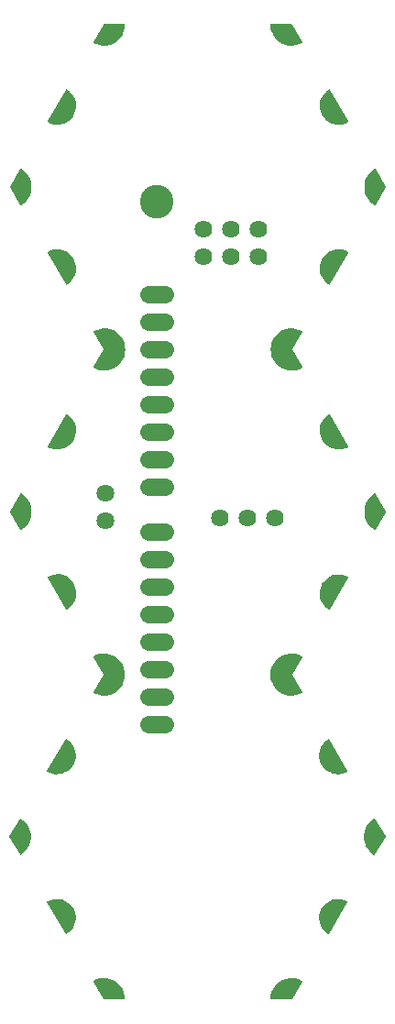
<source format=gbr>
G04 EAGLE Gerber RS-274X export*
G75*
%MOMM*%
%FSLAX34Y34*%
%LPD*%
%INSoldermask Top*%
%IPPOS*%
%AMOC8*
5,1,8,0,0,1.08239X$1,22.5*%
G01*
%ADD10C,3.101600*%
%ADD11C,1.625600*%
%ADD12C,1.631600*%
%ADD13C,1.625600*%
%ADD14C,1.101600*%

G36*
X120706Y526255D02*
X120706Y526255D01*
X120753Y526252D01*
X123791Y526618D01*
X123823Y526628D01*
X123870Y526634D01*
X126810Y527481D01*
X126840Y527497D01*
X126885Y527510D01*
X129651Y528818D01*
X129674Y528835D01*
X129701Y528845D01*
X129753Y528894D01*
X129810Y528937D01*
X129825Y528962D01*
X129845Y528982D01*
X129874Y529047D01*
X129910Y529109D01*
X129914Y529138D01*
X129925Y529164D01*
X129926Y529236D01*
X129935Y529306D01*
X129928Y529334D01*
X129928Y529363D01*
X129893Y529457D01*
X129882Y529498D01*
X129875Y529506D01*
X129870Y529519D01*
X120514Y545770D01*
X129870Y562020D01*
X129879Y562048D01*
X129896Y562071D01*
X129910Y562141D01*
X129933Y562209D01*
X129931Y562238D01*
X129937Y562266D01*
X129923Y562336D01*
X129917Y562407D01*
X129904Y562433D01*
X129899Y562461D01*
X129859Y562520D01*
X129826Y562584D01*
X129803Y562602D01*
X129787Y562626D01*
X129705Y562683D01*
X129672Y562710D01*
X129662Y562713D01*
X129651Y562721D01*
X126885Y564029D01*
X126852Y564037D01*
X126810Y564058D01*
X123870Y564905D01*
X123836Y564908D01*
X123791Y564921D01*
X120753Y565287D01*
X120719Y565284D01*
X120673Y565290D01*
X117616Y565163D01*
X117583Y565155D01*
X117536Y565153D01*
X114539Y564537D01*
X114507Y564524D01*
X114461Y564515D01*
X111602Y563427D01*
X111573Y563408D01*
X111529Y563392D01*
X108881Y561859D01*
X108856Y561836D01*
X108815Y561813D01*
X106447Y559875D01*
X106426Y559849D01*
X106389Y559819D01*
X104363Y557527D01*
X104346Y557497D01*
X104315Y557462D01*
X102682Y554874D01*
X102670Y554843D01*
X102645Y554803D01*
X101449Y551987D01*
X101442Y551953D01*
X101440Y551947D01*
X101435Y551940D01*
X101434Y551935D01*
X101424Y551910D01*
X100695Y548939D01*
X100694Y548905D01*
X100682Y548859D01*
X100440Y545809D01*
X100443Y545781D01*
X100439Y545753D01*
X100441Y545743D01*
X100440Y545730D01*
X100682Y542680D01*
X100692Y542647D01*
X100695Y542600D01*
X101424Y539629D01*
X101438Y539598D01*
X101449Y539552D01*
X102645Y536736D01*
X102664Y536708D01*
X102682Y536665D01*
X104315Y534077D01*
X104338Y534052D01*
X104363Y534012D01*
X106389Y531720D01*
X106416Y531699D01*
X106447Y531664D01*
X108815Y529726D01*
X108845Y529710D01*
X108881Y529680D01*
X111529Y528147D01*
X111561Y528136D01*
X111602Y528112D01*
X114461Y527024D01*
X114495Y527018D01*
X114539Y527002D01*
X117536Y526386D01*
X117570Y526386D01*
X117616Y526376D01*
X120673Y526249D01*
X120706Y526255D01*
G37*
G36*
X120452Y226027D02*
X120452Y226027D01*
X120499Y226024D01*
X123537Y226390D01*
X123569Y226400D01*
X123616Y226406D01*
X126556Y227253D01*
X126586Y227269D01*
X126631Y227282D01*
X129397Y228590D01*
X129420Y228607D01*
X129447Y228617D01*
X129499Y228666D01*
X129556Y228709D01*
X129571Y228734D01*
X129591Y228754D01*
X129620Y228819D01*
X129656Y228881D01*
X129660Y228910D01*
X129671Y228936D01*
X129672Y229008D01*
X129681Y229078D01*
X129674Y229106D01*
X129674Y229135D01*
X129639Y229229D01*
X129628Y229270D01*
X129621Y229278D01*
X129616Y229291D01*
X120260Y245542D01*
X129616Y261792D01*
X129625Y261820D01*
X129642Y261843D01*
X129656Y261913D01*
X129679Y261981D01*
X129677Y262010D01*
X129683Y262038D01*
X129669Y262108D01*
X129663Y262179D01*
X129650Y262205D01*
X129645Y262233D01*
X129605Y262292D01*
X129572Y262356D01*
X129549Y262374D01*
X129533Y262398D01*
X129451Y262455D01*
X129418Y262482D01*
X129408Y262485D01*
X129397Y262493D01*
X126631Y263801D01*
X126598Y263809D01*
X126556Y263830D01*
X123616Y264677D01*
X123582Y264680D01*
X123537Y264693D01*
X120499Y265059D01*
X120465Y265056D01*
X120419Y265062D01*
X117362Y264935D01*
X117329Y264927D01*
X117282Y264925D01*
X114285Y264309D01*
X114253Y264296D01*
X114207Y264287D01*
X111348Y263199D01*
X111319Y263180D01*
X111275Y263164D01*
X108627Y261631D01*
X108602Y261608D01*
X108561Y261585D01*
X106193Y259647D01*
X106172Y259621D01*
X106135Y259591D01*
X104109Y257299D01*
X104092Y257269D01*
X104061Y257234D01*
X102428Y254646D01*
X102416Y254615D01*
X102391Y254575D01*
X101195Y251759D01*
X101188Y251725D01*
X101186Y251719D01*
X101181Y251712D01*
X101180Y251707D01*
X101170Y251682D01*
X100441Y248711D01*
X100440Y248677D01*
X100428Y248631D01*
X100186Y245581D01*
X100189Y245553D01*
X100185Y245525D01*
X100187Y245515D01*
X100186Y245502D01*
X100428Y242452D01*
X100438Y242419D01*
X100441Y242372D01*
X101170Y239401D01*
X101184Y239370D01*
X101195Y239324D01*
X102391Y236508D01*
X102410Y236480D01*
X102428Y236437D01*
X104061Y233849D01*
X104084Y233824D01*
X104109Y233784D01*
X106135Y231492D01*
X106162Y231471D01*
X106193Y231436D01*
X108561Y229498D01*
X108591Y229482D01*
X108627Y229452D01*
X111275Y227919D01*
X111307Y227908D01*
X111348Y227884D01*
X114207Y226796D01*
X114241Y226790D01*
X114285Y226774D01*
X117282Y226158D01*
X117316Y226158D01*
X117362Y226148D01*
X120419Y226021D01*
X120452Y226027D01*
G37*
G36*
X-50941Y526376D02*
X-50941Y526376D01*
X-50908Y526384D01*
X-50861Y526386D01*
X-47864Y527002D01*
X-47832Y527015D01*
X-47786Y527024D01*
X-44927Y528112D01*
X-44898Y528131D01*
X-44854Y528147D01*
X-42206Y529680D01*
X-42181Y529703D01*
X-42140Y529726D01*
X-39772Y531664D01*
X-39751Y531690D01*
X-39714Y531720D01*
X-37688Y534012D01*
X-37671Y534042D01*
X-37640Y534077D01*
X-36007Y536665D01*
X-35995Y536697D01*
X-35970Y536736D01*
X-34774Y539552D01*
X-34767Y539586D01*
X-34749Y539629D01*
X-34020Y542600D01*
X-34019Y542634D01*
X-34007Y542680D01*
X-33765Y545730D01*
X-33768Y545758D01*
X-33764Y545786D01*
X-33766Y545796D01*
X-33765Y545809D01*
X-34007Y548859D01*
X-34017Y548892D01*
X-34020Y548939D01*
X-34749Y551910D01*
X-34763Y551941D01*
X-34774Y551987D01*
X-35970Y554803D01*
X-35989Y554831D01*
X-36007Y554874D01*
X-37640Y557462D01*
X-37663Y557487D01*
X-37688Y557527D01*
X-39714Y559819D01*
X-39741Y559840D01*
X-39772Y559875D01*
X-42140Y561813D01*
X-42170Y561829D01*
X-42206Y561859D01*
X-44854Y563392D01*
X-44886Y563403D01*
X-44927Y563427D01*
X-47786Y564515D01*
X-47820Y564521D01*
X-47864Y564537D01*
X-50861Y565153D01*
X-50895Y565153D01*
X-50941Y565163D01*
X-53998Y565290D01*
X-54031Y565284D01*
X-54078Y565287D01*
X-57116Y564921D01*
X-57148Y564911D01*
X-57195Y564905D01*
X-60135Y564058D01*
X-60165Y564042D01*
X-60210Y564029D01*
X-62976Y562721D01*
X-62999Y562704D01*
X-63026Y562694D01*
X-63078Y562645D01*
X-63135Y562602D01*
X-63150Y562577D01*
X-63170Y562557D01*
X-63199Y562492D01*
X-63235Y562430D01*
X-63239Y562402D01*
X-63250Y562375D01*
X-63251Y562303D01*
X-63260Y562233D01*
X-63253Y562205D01*
X-63253Y562176D01*
X-63218Y562082D01*
X-63207Y562041D01*
X-63200Y562033D01*
X-63195Y562020D01*
X-53839Y545770D01*
X-63195Y529519D01*
X-63204Y529491D01*
X-63221Y529468D01*
X-63235Y529398D01*
X-63258Y529330D01*
X-63256Y529302D01*
X-63262Y529273D01*
X-63248Y529203D01*
X-63242Y529132D01*
X-63229Y529106D01*
X-63224Y529078D01*
X-63184Y529019D01*
X-63151Y528955D01*
X-63128Y528937D01*
X-63112Y528913D01*
X-63030Y528856D01*
X-62997Y528829D01*
X-62987Y528826D01*
X-62976Y528818D01*
X-60210Y527510D01*
X-60177Y527502D01*
X-60135Y527481D01*
X-57195Y526634D01*
X-57161Y526631D01*
X-57116Y526618D01*
X-54078Y526252D01*
X-54044Y526255D01*
X-53998Y526249D01*
X-50941Y526376D01*
G37*
G36*
X-51195Y226148D02*
X-51195Y226148D01*
X-51162Y226156D01*
X-51115Y226158D01*
X-48118Y226774D01*
X-48086Y226787D01*
X-48040Y226796D01*
X-45181Y227884D01*
X-45152Y227903D01*
X-45108Y227919D01*
X-42460Y229452D01*
X-42435Y229475D01*
X-42394Y229498D01*
X-40026Y231436D01*
X-40005Y231462D01*
X-39968Y231492D01*
X-37942Y233784D01*
X-37925Y233814D01*
X-37894Y233849D01*
X-36261Y236437D01*
X-36249Y236469D01*
X-36224Y236508D01*
X-35028Y239324D01*
X-35021Y239358D01*
X-35003Y239401D01*
X-34274Y242372D01*
X-34273Y242406D01*
X-34261Y242452D01*
X-34019Y245502D01*
X-34022Y245530D01*
X-34018Y245558D01*
X-34020Y245568D01*
X-34019Y245581D01*
X-34261Y248631D01*
X-34271Y248664D01*
X-34274Y248711D01*
X-35003Y251682D01*
X-35017Y251713D01*
X-35028Y251759D01*
X-36224Y254575D01*
X-36243Y254603D01*
X-36261Y254646D01*
X-37894Y257234D01*
X-37917Y257259D01*
X-37942Y257299D01*
X-39968Y259591D01*
X-39995Y259612D01*
X-40026Y259647D01*
X-42394Y261585D01*
X-42424Y261601D01*
X-42460Y261631D01*
X-45108Y263164D01*
X-45140Y263175D01*
X-45181Y263199D01*
X-48040Y264287D01*
X-48074Y264293D01*
X-48118Y264309D01*
X-51115Y264925D01*
X-51149Y264925D01*
X-51195Y264935D01*
X-54252Y265062D01*
X-54285Y265056D01*
X-54332Y265059D01*
X-57370Y264693D01*
X-57402Y264683D01*
X-57449Y264677D01*
X-60389Y263830D01*
X-60419Y263814D01*
X-60464Y263801D01*
X-63230Y262493D01*
X-63253Y262476D01*
X-63280Y262466D01*
X-63332Y262417D01*
X-63389Y262374D01*
X-63404Y262349D01*
X-63424Y262329D01*
X-63453Y262264D01*
X-63489Y262202D01*
X-63493Y262174D01*
X-63504Y262147D01*
X-63505Y262075D01*
X-63514Y262005D01*
X-63507Y261977D01*
X-63507Y261948D01*
X-63472Y261854D01*
X-63461Y261813D01*
X-63454Y261805D01*
X-63449Y261792D01*
X-54093Y245542D01*
X-63449Y229291D01*
X-63458Y229263D01*
X-63475Y229240D01*
X-63489Y229170D01*
X-63512Y229102D01*
X-63510Y229074D01*
X-63516Y229045D01*
X-63502Y228975D01*
X-63496Y228904D01*
X-63483Y228878D01*
X-63478Y228850D01*
X-63438Y228791D01*
X-63405Y228727D01*
X-63382Y228709D01*
X-63366Y228685D01*
X-63284Y228628D01*
X-63251Y228601D01*
X-63241Y228598D01*
X-63230Y228590D01*
X-60464Y227282D01*
X-60431Y227274D01*
X-60389Y227253D01*
X-57449Y226406D01*
X-57415Y226403D01*
X-57370Y226390D01*
X-54332Y226024D01*
X-54298Y226027D01*
X-54252Y226021D01*
X-51195Y226148D01*
G37*
G36*
X-88056Y605579D02*
X-88056Y605579D01*
X-87985Y605576D01*
X-87957Y605587D01*
X-87928Y605589D01*
X-87838Y605631D01*
X-87798Y605646D01*
X-87790Y605654D01*
X-87778Y605659D01*
X-85474Y607259D01*
X-85450Y607284D01*
X-85411Y607311D01*
X-83402Y609268D01*
X-83382Y609297D01*
X-83348Y609331D01*
X-81688Y611591D01*
X-81674Y611623D01*
X-81645Y611662D01*
X-80380Y614165D01*
X-80371Y614198D01*
X-80349Y614241D01*
X-79514Y616918D01*
X-79510Y616953D01*
X-79496Y616999D01*
X-79113Y619777D01*
X-79115Y619812D01*
X-79108Y619859D01*
X-79187Y622663D01*
X-79195Y622697D01*
X-79196Y622745D01*
X-79736Y625497D01*
X-79749Y625529D01*
X-79758Y625576D01*
X-80743Y628202D01*
X-80759Y628227D01*
X-80764Y628246D01*
X-80771Y628257D01*
X-80779Y628276D01*
X-82182Y630704D01*
X-82205Y630730D01*
X-82229Y630772D01*
X-84014Y632936D01*
X-84041Y632957D01*
X-84071Y632995D01*
X-86187Y634835D01*
X-86218Y634852D01*
X-86254Y634884D01*
X-88644Y636351D01*
X-88677Y636363D01*
X-88718Y636388D01*
X-91317Y637442D01*
X-91351Y637448D01*
X-91395Y637466D01*
X-94132Y638078D01*
X-94167Y638079D01*
X-94214Y638089D01*
X-97014Y638242D01*
X-97049Y638237D01*
X-97097Y638240D01*
X-99884Y637929D01*
X-99917Y637919D01*
X-99965Y637913D01*
X-102663Y637148D01*
X-102694Y637133D01*
X-102740Y637119D01*
X-105276Y635921D01*
X-105299Y635903D01*
X-105327Y635893D01*
X-105378Y635844D01*
X-105435Y635802D01*
X-105450Y635777D01*
X-105471Y635757D01*
X-105499Y635691D01*
X-105535Y635630D01*
X-105539Y635601D01*
X-105551Y635574D01*
X-105551Y635503D01*
X-105560Y635433D01*
X-105553Y635405D01*
X-105553Y635375D01*
X-105518Y635283D01*
X-105507Y635241D01*
X-105500Y635233D01*
X-105495Y635220D01*
X-88495Y605820D01*
X-88475Y605798D01*
X-88463Y605771D01*
X-88410Y605724D01*
X-88363Y605671D01*
X-88337Y605658D01*
X-88315Y605639D01*
X-88247Y605616D01*
X-88183Y605585D01*
X-88154Y605584D01*
X-88127Y605574D01*
X-88056Y605579D01*
G37*
G36*
X-88056Y305605D02*
X-88056Y305605D01*
X-87985Y305602D01*
X-87957Y305613D01*
X-87928Y305615D01*
X-87838Y305657D01*
X-87798Y305672D01*
X-87790Y305680D01*
X-87778Y305685D01*
X-85474Y307285D01*
X-85450Y307310D01*
X-85411Y307337D01*
X-83402Y309294D01*
X-83382Y309323D01*
X-83348Y309357D01*
X-81688Y311617D01*
X-81674Y311649D01*
X-81645Y311688D01*
X-80380Y314191D01*
X-80371Y314224D01*
X-80349Y314267D01*
X-79514Y316944D01*
X-79510Y316979D01*
X-79496Y317025D01*
X-79113Y319803D01*
X-79115Y319838D01*
X-79108Y319885D01*
X-79187Y322689D01*
X-79195Y322723D01*
X-79196Y322771D01*
X-79736Y325523D01*
X-79749Y325555D01*
X-79758Y325602D01*
X-80743Y328228D01*
X-80759Y328253D01*
X-80764Y328272D01*
X-80771Y328283D01*
X-80779Y328302D01*
X-82182Y330730D01*
X-82205Y330756D01*
X-82229Y330798D01*
X-84014Y332962D01*
X-84041Y332983D01*
X-84071Y333021D01*
X-86187Y334861D01*
X-86218Y334878D01*
X-86254Y334910D01*
X-88644Y336377D01*
X-88677Y336389D01*
X-88718Y336414D01*
X-91317Y337468D01*
X-91351Y337474D01*
X-91395Y337492D01*
X-94132Y338104D01*
X-94167Y338105D01*
X-94214Y338115D01*
X-97014Y338268D01*
X-97049Y338263D01*
X-97097Y338266D01*
X-99884Y337955D01*
X-99917Y337945D01*
X-99965Y337939D01*
X-102663Y337174D01*
X-102694Y337159D01*
X-102740Y337145D01*
X-105276Y335947D01*
X-105299Y335929D01*
X-105327Y335919D01*
X-105378Y335870D01*
X-105435Y335828D01*
X-105450Y335803D01*
X-105471Y335783D01*
X-105499Y335717D01*
X-105535Y335656D01*
X-105539Y335627D01*
X-105551Y335600D01*
X-105551Y335529D01*
X-105560Y335459D01*
X-105553Y335431D01*
X-105553Y335401D01*
X-105518Y335309D01*
X-105507Y335267D01*
X-105500Y335259D01*
X-105495Y335246D01*
X-88495Y305846D01*
X-88475Y305824D01*
X-88463Y305797D01*
X-88410Y305750D01*
X-88363Y305697D01*
X-88337Y305684D01*
X-88315Y305665D01*
X-88247Y305642D01*
X-88183Y305611D01*
X-88154Y305610D01*
X-88127Y305600D01*
X-88056Y305605D01*
G37*
G36*
X-88564Y5631D02*
X-88564Y5631D01*
X-88493Y5628D01*
X-88465Y5639D01*
X-88436Y5641D01*
X-88346Y5683D01*
X-88306Y5698D01*
X-88298Y5706D01*
X-88286Y5711D01*
X-85982Y7311D01*
X-85958Y7336D01*
X-85919Y7363D01*
X-83910Y9320D01*
X-83890Y9349D01*
X-83856Y9383D01*
X-82196Y11643D01*
X-82182Y11675D01*
X-82153Y11714D01*
X-80888Y14217D01*
X-80879Y14250D01*
X-80857Y14293D01*
X-80022Y16970D01*
X-80018Y17005D01*
X-80004Y17051D01*
X-79621Y19829D01*
X-79623Y19864D01*
X-79616Y19911D01*
X-79695Y22715D01*
X-79703Y22749D01*
X-79704Y22797D01*
X-80244Y25549D01*
X-80257Y25581D01*
X-80266Y25628D01*
X-81251Y28254D01*
X-81267Y28279D01*
X-81272Y28298D01*
X-81279Y28309D01*
X-81287Y28328D01*
X-82690Y30756D01*
X-82713Y30782D01*
X-82737Y30824D01*
X-84522Y32988D01*
X-84549Y33009D01*
X-84579Y33047D01*
X-86695Y34887D01*
X-86726Y34904D01*
X-86762Y34936D01*
X-89152Y36403D01*
X-89185Y36415D01*
X-89226Y36440D01*
X-91825Y37494D01*
X-91859Y37500D01*
X-91903Y37518D01*
X-94640Y38130D01*
X-94675Y38131D01*
X-94722Y38141D01*
X-97522Y38294D01*
X-97557Y38289D01*
X-97605Y38292D01*
X-100392Y37981D01*
X-100425Y37971D01*
X-100473Y37965D01*
X-103171Y37200D01*
X-103202Y37185D01*
X-103248Y37171D01*
X-105784Y35973D01*
X-105807Y35955D01*
X-105835Y35945D01*
X-105886Y35896D01*
X-105943Y35854D01*
X-105958Y35829D01*
X-105979Y35809D01*
X-106007Y35743D01*
X-106043Y35682D01*
X-106047Y35653D01*
X-106059Y35626D01*
X-106059Y35555D01*
X-106068Y35485D01*
X-106061Y35457D01*
X-106061Y35427D01*
X-106026Y35335D01*
X-106015Y35293D01*
X-106008Y35285D01*
X-106003Y35272D01*
X-89003Y5872D01*
X-88983Y5850D01*
X-88971Y5823D01*
X-88918Y5776D01*
X-88871Y5723D01*
X-88845Y5710D01*
X-88823Y5691D01*
X-88755Y5668D01*
X-88691Y5637D01*
X-88662Y5636D01*
X-88635Y5626D01*
X-88564Y5631D01*
G37*
G36*
X163724Y753302D02*
X163724Y753302D01*
X163772Y753300D01*
X166559Y753610D01*
X166592Y753620D01*
X166640Y753626D01*
X169338Y754391D01*
X169369Y754407D01*
X169415Y754420D01*
X171951Y755618D01*
X171974Y755636D01*
X172002Y755646D01*
X172053Y755695D01*
X172110Y755737D01*
X172125Y755762D01*
X172146Y755782D01*
X172174Y755848D01*
X172210Y755909D01*
X172214Y755938D01*
X172226Y755965D01*
X172226Y756036D01*
X172235Y756106D01*
X172228Y756134D01*
X172228Y756164D01*
X172193Y756256D01*
X172182Y756298D01*
X172175Y756307D01*
X172170Y756319D01*
X155170Y785719D01*
X155150Y785741D01*
X155138Y785768D01*
X155085Y785815D01*
X155038Y785868D01*
X155012Y785881D01*
X154990Y785900D01*
X154922Y785923D01*
X154858Y785954D01*
X154829Y785955D01*
X154802Y785965D01*
X154731Y785960D01*
X154660Y785963D01*
X154632Y785952D01*
X154603Y785950D01*
X154513Y785908D01*
X154473Y785893D01*
X154465Y785886D01*
X154453Y785880D01*
X152149Y784280D01*
X152125Y784255D01*
X152086Y784228D01*
X150077Y782271D01*
X150057Y782242D01*
X150023Y782208D01*
X148363Y779948D01*
X148349Y779916D01*
X148320Y779877D01*
X147055Y777374D01*
X147046Y777341D01*
X147024Y777298D01*
X146189Y774621D01*
X146185Y774586D01*
X146171Y774540D01*
X145788Y771762D01*
X145790Y771727D01*
X145783Y771680D01*
X145862Y768876D01*
X145870Y768842D01*
X145871Y768794D01*
X146411Y766042D01*
X146424Y766010D01*
X146433Y765963D01*
X147418Y763337D01*
X147437Y763308D01*
X147454Y763263D01*
X148857Y760835D01*
X148880Y760809D01*
X148904Y760767D01*
X150689Y758603D01*
X150716Y758582D01*
X150746Y758544D01*
X152862Y756704D01*
X152893Y756687D01*
X152929Y756655D01*
X155319Y755188D01*
X155352Y755176D01*
X155393Y755151D01*
X157992Y754097D01*
X158026Y754091D01*
X158070Y754073D01*
X160807Y753461D01*
X160842Y753460D01*
X160889Y753450D01*
X163689Y753297D01*
X163724Y753302D01*
G37*
G36*
X163724Y453302D02*
X163724Y453302D01*
X163772Y453300D01*
X166559Y453610D01*
X166592Y453620D01*
X166640Y453626D01*
X169338Y454391D01*
X169369Y454407D01*
X169415Y454420D01*
X171951Y455618D01*
X171974Y455636D01*
X172002Y455646D01*
X172053Y455695D01*
X172110Y455737D01*
X172125Y455762D01*
X172146Y455782D01*
X172174Y455848D01*
X172210Y455909D01*
X172214Y455938D01*
X172226Y455965D01*
X172226Y456036D01*
X172235Y456106D01*
X172228Y456134D01*
X172228Y456164D01*
X172193Y456256D01*
X172182Y456298D01*
X172175Y456307D01*
X172170Y456319D01*
X155170Y485719D01*
X155150Y485741D01*
X155138Y485768D01*
X155085Y485815D01*
X155038Y485868D01*
X155012Y485881D01*
X154990Y485900D01*
X154922Y485923D01*
X154858Y485954D01*
X154829Y485955D01*
X154802Y485965D01*
X154731Y485960D01*
X154660Y485963D01*
X154632Y485952D01*
X154603Y485950D01*
X154513Y485908D01*
X154473Y485893D01*
X154465Y485886D01*
X154453Y485880D01*
X152149Y484280D01*
X152125Y484255D01*
X152086Y484228D01*
X150077Y482271D01*
X150057Y482242D01*
X150023Y482208D01*
X148363Y479948D01*
X148349Y479916D01*
X148320Y479877D01*
X147055Y477374D01*
X147046Y477341D01*
X147024Y477298D01*
X146189Y474621D01*
X146185Y474586D01*
X146171Y474540D01*
X145788Y471762D01*
X145790Y471727D01*
X145783Y471680D01*
X145862Y468876D01*
X145870Y468842D01*
X145871Y468794D01*
X146411Y466042D01*
X146424Y466010D01*
X146433Y465963D01*
X147418Y463337D01*
X147437Y463308D01*
X147454Y463263D01*
X148857Y460835D01*
X148880Y460809D01*
X148904Y460767D01*
X150689Y458603D01*
X150716Y458582D01*
X150746Y458544D01*
X152862Y456704D01*
X152893Y456687D01*
X152929Y456655D01*
X155319Y455188D01*
X155352Y455176D01*
X155393Y455151D01*
X157992Y454097D01*
X158026Y454091D01*
X158070Y454073D01*
X160807Y453461D01*
X160842Y453460D01*
X160889Y453450D01*
X163689Y453297D01*
X163724Y453302D01*
G37*
G36*
X163216Y153354D02*
X163216Y153354D01*
X163264Y153352D01*
X166051Y153662D01*
X166084Y153672D01*
X166132Y153678D01*
X168830Y154443D01*
X168861Y154459D01*
X168907Y154472D01*
X171443Y155670D01*
X171466Y155688D01*
X171494Y155698D01*
X171545Y155747D01*
X171602Y155789D01*
X171617Y155814D01*
X171638Y155834D01*
X171666Y155900D01*
X171702Y155961D01*
X171706Y155990D01*
X171718Y156017D01*
X171718Y156088D01*
X171727Y156158D01*
X171720Y156186D01*
X171720Y156216D01*
X171685Y156308D01*
X171674Y156350D01*
X171667Y156359D01*
X171662Y156371D01*
X154662Y185771D01*
X154642Y185793D01*
X154630Y185820D01*
X154577Y185867D01*
X154530Y185920D01*
X154504Y185933D01*
X154482Y185952D01*
X154414Y185975D01*
X154350Y186006D01*
X154321Y186007D01*
X154294Y186017D01*
X154223Y186012D01*
X154152Y186015D01*
X154124Y186004D01*
X154095Y186002D01*
X154005Y185960D01*
X153965Y185945D01*
X153957Y185938D01*
X153945Y185932D01*
X151641Y184332D01*
X151617Y184307D01*
X151578Y184280D01*
X149569Y182323D01*
X149549Y182294D01*
X149515Y182260D01*
X147855Y180000D01*
X147841Y179968D01*
X147812Y179929D01*
X146547Y177426D01*
X146538Y177393D01*
X146516Y177350D01*
X145681Y174673D01*
X145677Y174638D01*
X145663Y174592D01*
X145280Y171814D01*
X145282Y171779D01*
X145275Y171732D01*
X145354Y168928D01*
X145362Y168894D01*
X145363Y168846D01*
X145903Y166094D01*
X145916Y166062D01*
X145925Y166015D01*
X146910Y163389D01*
X146929Y163360D01*
X146946Y163315D01*
X148349Y160887D01*
X148372Y160861D01*
X148396Y160819D01*
X150181Y158655D01*
X150208Y158634D01*
X150238Y158596D01*
X152354Y156756D01*
X152385Y156739D01*
X152421Y156707D01*
X154811Y155240D01*
X154844Y155228D01*
X154885Y155203D01*
X157484Y154149D01*
X157518Y154143D01*
X157562Y154125D01*
X160299Y153513D01*
X160334Y153512D01*
X160381Y153502D01*
X163181Y153349D01*
X163216Y153354D01*
G37*
G36*
X154255Y5632D02*
X154255Y5632D01*
X154326Y5632D01*
X154353Y5643D01*
X154382Y5646D01*
X154444Y5681D01*
X154510Y5708D01*
X154530Y5729D01*
X154556Y5743D01*
X154619Y5820D01*
X154649Y5850D01*
X154653Y5861D01*
X154662Y5872D01*
X171662Y35272D01*
X171671Y35299D01*
X171688Y35323D01*
X171702Y35393D01*
X171725Y35460D01*
X171723Y35489D01*
X171729Y35518D01*
X171715Y35588D01*
X171710Y35658D01*
X171696Y35684D01*
X171691Y35713D01*
X171651Y35772D01*
X171618Y35835D01*
X171596Y35854D01*
X171579Y35878D01*
X171498Y35935D01*
X171465Y35962D01*
X171454Y35965D01*
X171443Y35973D01*
X168907Y37171D01*
X168874Y37180D01*
X168830Y37200D01*
X166132Y37965D01*
X166098Y37968D01*
X166051Y37981D01*
X163264Y38292D01*
X163229Y38288D01*
X163181Y38294D01*
X160381Y38141D01*
X160348Y38132D01*
X160299Y38130D01*
X157562Y37518D01*
X157531Y37504D01*
X157484Y37494D01*
X154885Y36440D01*
X154856Y36421D01*
X154811Y36403D01*
X152421Y34936D01*
X152395Y34912D01*
X152354Y34887D01*
X150238Y33047D01*
X150217Y33019D01*
X150181Y32988D01*
X148396Y30824D01*
X148380Y30793D01*
X148349Y30756D01*
X146946Y28328D01*
X146935Y28296D01*
X146928Y28284D01*
X146918Y28268D01*
X146917Y28266D01*
X146910Y28254D01*
X145925Y25628D01*
X145920Y25594D01*
X145903Y25549D01*
X145363Y22797D01*
X145364Y22762D01*
X145354Y22715D01*
X145275Y19911D01*
X145281Y19877D01*
X145280Y19829D01*
X145663Y17051D01*
X145674Y17018D01*
X145681Y16970D01*
X146516Y14293D01*
X146533Y14263D01*
X146547Y14217D01*
X147812Y11714D01*
X147833Y11686D01*
X147855Y11643D01*
X149515Y9383D01*
X149540Y9359D01*
X149569Y9320D01*
X151578Y7363D01*
X151607Y7345D01*
X151641Y7311D01*
X153945Y5711D01*
X153972Y5700D01*
X153994Y5681D01*
X154062Y5661D01*
X154127Y5633D01*
X154157Y5633D01*
X154185Y5624D01*
X154255Y5632D01*
G37*
G36*
X154763Y605580D02*
X154763Y605580D01*
X154834Y605580D01*
X154861Y605591D01*
X154890Y605594D01*
X154952Y605629D01*
X155018Y605656D01*
X155038Y605677D01*
X155064Y605691D01*
X155127Y605768D01*
X155157Y605798D01*
X155161Y605809D01*
X155170Y605820D01*
X172170Y635220D01*
X172179Y635247D01*
X172196Y635271D01*
X172210Y635341D01*
X172233Y635408D01*
X172231Y635437D01*
X172237Y635466D01*
X172223Y635536D01*
X172218Y635606D01*
X172204Y635632D01*
X172199Y635661D01*
X172159Y635720D01*
X172126Y635783D01*
X172104Y635802D01*
X172087Y635826D01*
X172006Y635883D01*
X171973Y635910D01*
X171962Y635913D01*
X171951Y635921D01*
X169415Y637119D01*
X169382Y637128D01*
X169338Y637148D01*
X166640Y637913D01*
X166606Y637916D01*
X166559Y637929D01*
X163772Y638240D01*
X163737Y638236D01*
X163689Y638242D01*
X160889Y638089D01*
X160856Y638080D01*
X160807Y638078D01*
X158070Y637466D01*
X158039Y637452D01*
X157992Y637442D01*
X155393Y636388D01*
X155364Y636369D01*
X155319Y636351D01*
X152929Y634884D01*
X152903Y634860D01*
X152862Y634835D01*
X150746Y632995D01*
X150725Y632967D01*
X150689Y632936D01*
X148904Y630772D01*
X148888Y630741D01*
X148857Y630704D01*
X147454Y628276D01*
X147443Y628244D01*
X147435Y628231D01*
X147426Y628216D01*
X147425Y628214D01*
X147418Y628202D01*
X146433Y625576D01*
X146428Y625542D01*
X146411Y625497D01*
X145871Y622745D01*
X145872Y622710D01*
X145862Y622663D01*
X145783Y619859D01*
X145789Y619825D01*
X145788Y619777D01*
X146171Y616999D01*
X146182Y616966D01*
X146189Y616918D01*
X147024Y614241D01*
X147041Y614211D01*
X147055Y614165D01*
X148320Y611662D01*
X148341Y611634D01*
X148363Y611591D01*
X150023Y609331D01*
X150048Y609307D01*
X150077Y609268D01*
X152086Y607311D01*
X152115Y607293D01*
X152149Y607259D01*
X154453Y605659D01*
X154480Y605648D01*
X154502Y605629D01*
X154570Y605609D01*
X154635Y605581D01*
X154665Y605581D01*
X154693Y605572D01*
X154763Y605580D01*
G37*
G36*
X154763Y305352D02*
X154763Y305352D01*
X154834Y305352D01*
X154861Y305363D01*
X154890Y305366D01*
X154952Y305401D01*
X155018Y305428D01*
X155038Y305449D01*
X155064Y305463D01*
X155127Y305540D01*
X155157Y305570D01*
X155161Y305581D01*
X155170Y305592D01*
X172170Y334992D01*
X172179Y335019D01*
X172196Y335043D01*
X172210Y335113D01*
X172233Y335180D01*
X172231Y335209D01*
X172237Y335238D01*
X172223Y335308D01*
X172218Y335378D01*
X172204Y335404D01*
X172199Y335433D01*
X172159Y335492D01*
X172126Y335555D01*
X172104Y335574D01*
X172087Y335598D01*
X172006Y335655D01*
X171973Y335682D01*
X171962Y335685D01*
X171951Y335693D01*
X169415Y336891D01*
X169382Y336900D01*
X169338Y336920D01*
X166640Y337685D01*
X166606Y337688D01*
X166559Y337701D01*
X163772Y338012D01*
X163737Y338008D01*
X163689Y338014D01*
X160889Y337861D01*
X160856Y337852D01*
X160807Y337850D01*
X158070Y337238D01*
X158039Y337224D01*
X157992Y337214D01*
X155393Y336160D01*
X155364Y336141D01*
X155319Y336123D01*
X152929Y334656D01*
X152903Y334632D01*
X152862Y334607D01*
X150746Y332767D01*
X150725Y332739D01*
X150689Y332708D01*
X148904Y330544D01*
X148888Y330513D01*
X148857Y330476D01*
X147454Y328048D01*
X147443Y328016D01*
X147435Y328003D01*
X147426Y327988D01*
X147425Y327986D01*
X147418Y327974D01*
X146433Y325348D01*
X146428Y325314D01*
X146411Y325269D01*
X145871Y322517D01*
X145872Y322482D01*
X145862Y322435D01*
X145783Y319631D01*
X145789Y319597D01*
X145788Y319549D01*
X146171Y316771D01*
X146182Y316738D01*
X146189Y316690D01*
X147024Y314013D01*
X147041Y313983D01*
X147055Y313937D01*
X148320Y311434D01*
X148341Y311406D01*
X148363Y311363D01*
X150023Y309103D01*
X150048Y309079D01*
X150077Y309040D01*
X152086Y307083D01*
X152115Y307065D01*
X152149Y307031D01*
X154453Y305431D01*
X154480Y305420D01*
X154502Y305401D01*
X154570Y305381D01*
X154635Y305353D01*
X154665Y305353D01*
X154693Y305344D01*
X154763Y305352D01*
G37*
G36*
X-94214Y753450D02*
X-94214Y753450D01*
X-94181Y753459D01*
X-94132Y753461D01*
X-91395Y754073D01*
X-91364Y754087D01*
X-91317Y754097D01*
X-88718Y755151D01*
X-88689Y755170D01*
X-88644Y755188D01*
X-86254Y756655D01*
X-86228Y756679D01*
X-86187Y756704D01*
X-84071Y758544D01*
X-84050Y758572D01*
X-84014Y758603D01*
X-82229Y760767D01*
X-82213Y760798D01*
X-82182Y760835D01*
X-80779Y763263D01*
X-80768Y763295D01*
X-80743Y763337D01*
X-79758Y765963D01*
X-79753Y765997D01*
X-79736Y766042D01*
X-79196Y768794D01*
X-79197Y768829D01*
X-79187Y768876D01*
X-79108Y771680D01*
X-79114Y771714D01*
X-79113Y771762D01*
X-79496Y774540D01*
X-79507Y774573D01*
X-79514Y774621D01*
X-80349Y777298D01*
X-80366Y777328D01*
X-80380Y777374D01*
X-81645Y779877D01*
X-81666Y779905D01*
X-81688Y779948D01*
X-83348Y782208D01*
X-83373Y782232D01*
X-83402Y782271D01*
X-85411Y784228D01*
X-85440Y784246D01*
X-85474Y784280D01*
X-87778Y785880D01*
X-87805Y785891D01*
X-87827Y785910D01*
X-87895Y785930D01*
X-87960Y785958D01*
X-87990Y785958D01*
X-88018Y785967D01*
X-88088Y785959D01*
X-88159Y785959D01*
X-88186Y785948D01*
X-88215Y785945D01*
X-88277Y785910D01*
X-88343Y785883D01*
X-88363Y785862D01*
X-88389Y785848D01*
X-88452Y785771D01*
X-88482Y785741D01*
X-88486Y785730D01*
X-88495Y785719D01*
X-105495Y756319D01*
X-105504Y756292D01*
X-105521Y756268D01*
X-105535Y756198D01*
X-105558Y756131D01*
X-105556Y756102D01*
X-105562Y756073D01*
X-105548Y756003D01*
X-105543Y755933D01*
X-105529Y755907D01*
X-105524Y755878D01*
X-105484Y755819D01*
X-105451Y755756D01*
X-105429Y755737D01*
X-105412Y755713D01*
X-105331Y755656D01*
X-105298Y755629D01*
X-105287Y755626D01*
X-105276Y755618D01*
X-102740Y754420D01*
X-102707Y754411D01*
X-102663Y754391D01*
X-99965Y753626D01*
X-99931Y753623D01*
X-99884Y753610D01*
X-97097Y753300D01*
X-97062Y753303D01*
X-97014Y753297D01*
X-94214Y753450D01*
G37*
G36*
X-94214Y453450D02*
X-94214Y453450D01*
X-94181Y453459D01*
X-94132Y453461D01*
X-91395Y454073D01*
X-91364Y454087D01*
X-91317Y454097D01*
X-88718Y455151D01*
X-88689Y455170D01*
X-88644Y455188D01*
X-86254Y456655D01*
X-86228Y456679D01*
X-86187Y456704D01*
X-84071Y458544D01*
X-84050Y458572D01*
X-84014Y458603D01*
X-82229Y460767D01*
X-82213Y460798D01*
X-82182Y460835D01*
X-80779Y463263D01*
X-80768Y463295D01*
X-80743Y463337D01*
X-79758Y465963D01*
X-79753Y465997D01*
X-79736Y466042D01*
X-79196Y468794D01*
X-79197Y468829D01*
X-79187Y468876D01*
X-79108Y471680D01*
X-79114Y471714D01*
X-79113Y471762D01*
X-79496Y474540D01*
X-79507Y474573D01*
X-79514Y474621D01*
X-80349Y477298D01*
X-80366Y477328D01*
X-80380Y477374D01*
X-81645Y479877D01*
X-81666Y479905D01*
X-81688Y479948D01*
X-83348Y482208D01*
X-83373Y482232D01*
X-83402Y482271D01*
X-85411Y484228D01*
X-85440Y484246D01*
X-85474Y484280D01*
X-87778Y485880D01*
X-87805Y485891D01*
X-87827Y485910D01*
X-87895Y485930D01*
X-87960Y485958D01*
X-87990Y485958D01*
X-88018Y485967D01*
X-88088Y485959D01*
X-88159Y485959D01*
X-88186Y485948D01*
X-88215Y485945D01*
X-88277Y485910D01*
X-88343Y485883D01*
X-88363Y485862D01*
X-88389Y485848D01*
X-88452Y485771D01*
X-88482Y485741D01*
X-88486Y485730D01*
X-88495Y485719D01*
X-105495Y456319D01*
X-105504Y456292D01*
X-105521Y456268D01*
X-105535Y456198D01*
X-105558Y456131D01*
X-105556Y456102D01*
X-105562Y456073D01*
X-105548Y456003D01*
X-105543Y455933D01*
X-105529Y455907D01*
X-105524Y455878D01*
X-105484Y455819D01*
X-105451Y455756D01*
X-105429Y455737D01*
X-105412Y455713D01*
X-105331Y455656D01*
X-105298Y455629D01*
X-105287Y455626D01*
X-105276Y455618D01*
X-102740Y454420D01*
X-102707Y454411D01*
X-102663Y454391D01*
X-99965Y453626D01*
X-99931Y453623D01*
X-99884Y453610D01*
X-97097Y453300D01*
X-97062Y453303D01*
X-97014Y453297D01*
X-94214Y453450D01*
G37*
G36*
X-94722Y153502D02*
X-94722Y153502D01*
X-94689Y153511D01*
X-94640Y153513D01*
X-91903Y154125D01*
X-91872Y154139D01*
X-91825Y154149D01*
X-89226Y155203D01*
X-89197Y155222D01*
X-89152Y155240D01*
X-86762Y156707D01*
X-86736Y156731D01*
X-86695Y156756D01*
X-84579Y158596D01*
X-84558Y158624D01*
X-84522Y158655D01*
X-82737Y160819D01*
X-82721Y160850D01*
X-82690Y160887D01*
X-81287Y163315D01*
X-81276Y163347D01*
X-81251Y163389D01*
X-80266Y166015D01*
X-80261Y166049D01*
X-80244Y166094D01*
X-79704Y168846D01*
X-79705Y168881D01*
X-79695Y168928D01*
X-79616Y171732D01*
X-79622Y171766D01*
X-79621Y171814D01*
X-80004Y174592D01*
X-80015Y174625D01*
X-80022Y174673D01*
X-80857Y177350D01*
X-80874Y177380D01*
X-80888Y177426D01*
X-82153Y179929D01*
X-82174Y179957D01*
X-82196Y180000D01*
X-83856Y182260D01*
X-83881Y182284D01*
X-83910Y182323D01*
X-85919Y184280D01*
X-85948Y184298D01*
X-85982Y184332D01*
X-88286Y185932D01*
X-88313Y185943D01*
X-88335Y185962D01*
X-88403Y185982D01*
X-88468Y186010D01*
X-88498Y186010D01*
X-88526Y186019D01*
X-88596Y186011D01*
X-88667Y186011D01*
X-88694Y186000D01*
X-88723Y185997D01*
X-88785Y185962D01*
X-88851Y185935D01*
X-88871Y185914D01*
X-88897Y185900D01*
X-88960Y185823D01*
X-88990Y185793D01*
X-88994Y185782D01*
X-89003Y185771D01*
X-106003Y156371D01*
X-106012Y156344D01*
X-106029Y156320D01*
X-106043Y156250D01*
X-106066Y156183D01*
X-106064Y156154D01*
X-106070Y156125D01*
X-106056Y156055D01*
X-106051Y155985D01*
X-106037Y155959D01*
X-106032Y155930D01*
X-105992Y155871D01*
X-105959Y155808D01*
X-105937Y155789D01*
X-105920Y155765D01*
X-105839Y155708D01*
X-105806Y155681D01*
X-105795Y155678D01*
X-105784Y155670D01*
X-103248Y154472D01*
X-103215Y154463D01*
X-103171Y154443D01*
X-100473Y153678D01*
X-100439Y153675D01*
X-100392Y153662D01*
X-97605Y153352D01*
X-97570Y153355D01*
X-97522Y153349D01*
X-94722Y153502D01*
G37*
G36*
X196557Y78832D02*
X196557Y78832D01*
X196628Y78832D01*
X196654Y78843D01*
X196683Y78846D01*
X196745Y78882D01*
X196811Y78909D01*
X196831Y78930D01*
X196856Y78944D01*
X196920Y79021D01*
X196950Y79052D01*
X196954Y79062D01*
X196962Y79072D01*
X206462Y95572D01*
X206473Y95604D01*
X206481Y95617D01*
X206485Y95642D01*
X206486Y95645D01*
X206517Y95716D01*
X206518Y95739D01*
X206525Y95761D01*
X206519Y95838D01*
X206520Y95915D01*
X206511Y95939D01*
X206509Y95959D01*
X206489Y95999D01*
X206462Y96071D01*
X196962Y112571D01*
X196943Y112592D01*
X196931Y112619D01*
X196878Y112666D01*
X196831Y112720D01*
X196805Y112732D01*
X196783Y112752D01*
X196716Y112775D01*
X196651Y112806D01*
X196622Y112807D01*
X196595Y112816D01*
X196524Y112812D01*
X196453Y112815D01*
X196426Y112805D01*
X196397Y112803D01*
X196306Y112760D01*
X196266Y112746D01*
X196258Y112738D01*
X196246Y112732D01*
X193722Y110991D01*
X193699Y110966D01*
X193660Y110940D01*
X191449Y108816D01*
X191430Y108788D01*
X191396Y108756D01*
X189554Y106304D01*
X189539Y106274D01*
X189511Y106236D01*
X188086Y103521D01*
X188077Y103490D01*
X188061Y103465D01*
X188059Y103457D01*
X188054Y103448D01*
X187083Y100539D01*
X187079Y100505D01*
X187064Y100461D01*
X186572Y97435D01*
X186574Y97401D01*
X186566Y97355D01*
X186566Y94288D01*
X186566Y94285D01*
X186566Y94282D01*
X186572Y94256D01*
X186573Y94255D01*
X186572Y94208D01*
X187064Y91182D01*
X187076Y91150D01*
X187083Y91104D01*
X188054Y88195D01*
X188071Y88166D01*
X188086Y88122D01*
X189511Y85407D01*
X189532Y85380D01*
X189554Y85339D01*
X191396Y82887D01*
X191421Y82865D01*
X191449Y82827D01*
X193660Y80703D01*
X193689Y80685D01*
X193722Y80652D01*
X196246Y78911D01*
X196273Y78899D01*
X196295Y78881D01*
X196363Y78861D01*
X196429Y78833D01*
X196458Y78832D01*
X196485Y78824D01*
X196557Y78832D01*
G37*
G36*
X197065Y678780D02*
X197065Y678780D01*
X197136Y678780D01*
X197162Y678791D01*
X197191Y678794D01*
X197253Y678830D01*
X197319Y678857D01*
X197339Y678878D01*
X197364Y678892D01*
X197428Y678969D01*
X197458Y679000D01*
X197462Y679010D01*
X197470Y679020D01*
X206970Y695520D01*
X206981Y695552D01*
X206989Y695565D01*
X206993Y695590D01*
X206994Y695593D01*
X207025Y695664D01*
X207026Y695687D01*
X207033Y695709D01*
X207027Y695786D01*
X207028Y695863D01*
X207019Y695887D01*
X207017Y695907D01*
X206997Y695947D01*
X206970Y696019D01*
X197470Y712519D01*
X197451Y712540D01*
X197439Y712567D01*
X197386Y712614D01*
X197339Y712668D01*
X197313Y712680D01*
X197291Y712700D01*
X197224Y712723D01*
X197159Y712754D01*
X197130Y712755D01*
X197103Y712764D01*
X197032Y712760D01*
X196961Y712763D01*
X196934Y712753D01*
X196905Y712751D01*
X196814Y712708D01*
X196774Y712694D01*
X196766Y712686D01*
X196754Y712680D01*
X194230Y710939D01*
X194207Y710914D01*
X194168Y710888D01*
X191957Y708764D01*
X191938Y708736D01*
X191904Y708704D01*
X190062Y706252D01*
X190047Y706222D01*
X190019Y706184D01*
X188594Y703469D01*
X188585Y703438D01*
X188569Y703413D01*
X188567Y703405D01*
X188562Y703396D01*
X187591Y700487D01*
X187587Y700453D01*
X187572Y700409D01*
X187080Y697383D01*
X187082Y697349D01*
X187074Y697303D01*
X187074Y694236D01*
X187074Y694233D01*
X187074Y694230D01*
X187080Y694204D01*
X187081Y694203D01*
X187080Y694156D01*
X187572Y691130D01*
X187584Y691098D01*
X187591Y691052D01*
X188562Y688143D01*
X188579Y688114D01*
X188594Y688070D01*
X190019Y685355D01*
X190040Y685328D01*
X190062Y685287D01*
X191904Y682835D01*
X191929Y682813D01*
X191957Y682775D01*
X194168Y680651D01*
X194197Y680633D01*
X194230Y680600D01*
X196754Y678859D01*
X196781Y678847D01*
X196803Y678829D01*
X196871Y678809D01*
X196937Y678781D01*
X196966Y678780D01*
X196993Y678772D01*
X197065Y678780D01*
G37*
G36*
X197065Y378780D02*
X197065Y378780D01*
X197136Y378780D01*
X197162Y378791D01*
X197191Y378794D01*
X197253Y378830D01*
X197319Y378857D01*
X197339Y378878D01*
X197364Y378892D01*
X197428Y378969D01*
X197458Y379000D01*
X197462Y379010D01*
X197470Y379020D01*
X206970Y395520D01*
X206981Y395552D01*
X206989Y395565D01*
X206993Y395590D01*
X206994Y395593D01*
X207025Y395664D01*
X207026Y395687D01*
X207033Y395709D01*
X207027Y395786D01*
X207028Y395863D01*
X207019Y395887D01*
X207017Y395907D01*
X206997Y395947D01*
X206970Y396019D01*
X197470Y412519D01*
X197451Y412540D01*
X197439Y412567D01*
X197386Y412614D01*
X197339Y412668D01*
X197313Y412680D01*
X197291Y412700D01*
X197224Y412723D01*
X197159Y412754D01*
X197130Y412755D01*
X197103Y412764D01*
X197032Y412760D01*
X196961Y412763D01*
X196934Y412753D01*
X196905Y412751D01*
X196814Y412708D01*
X196774Y412694D01*
X196766Y412686D01*
X196754Y412680D01*
X194230Y410939D01*
X194207Y410914D01*
X194168Y410888D01*
X191957Y408764D01*
X191938Y408736D01*
X191904Y408704D01*
X190062Y406252D01*
X190047Y406222D01*
X190019Y406184D01*
X188594Y403469D01*
X188585Y403438D01*
X188569Y403413D01*
X188567Y403405D01*
X188562Y403396D01*
X187591Y400487D01*
X187587Y400453D01*
X187572Y400409D01*
X187080Y397383D01*
X187082Y397349D01*
X187074Y397303D01*
X187074Y394236D01*
X187074Y394233D01*
X187074Y394230D01*
X187080Y394204D01*
X187081Y394203D01*
X187080Y394156D01*
X187572Y391130D01*
X187584Y391098D01*
X187591Y391052D01*
X188562Y388143D01*
X188579Y388114D01*
X188594Y388070D01*
X190019Y385355D01*
X190040Y385328D01*
X190062Y385287D01*
X191904Y382835D01*
X191929Y382813D01*
X191957Y382775D01*
X194168Y380651D01*
X194197Y380633D01*
X194230Y380600D01*
X196754Y378859D01*
X196781Y378847D01*
X196803Y378829D01*
X196871Y378809D01*
X196937Y378781D01*
X196966Y378780D01*
X196993Y378772D01*
X197065Y378780D01*
G37*
G36*
X-130865Y78831D02*
X-130865Y78831D01*
X-130794Y78828D01*
X-130767Y78838D01*
X-130738Y78840D01*
X-130647Y78883D01*
X-130607Y78897D01*
X-130599Y78905D01*
X-130587Y78911D01*
X-128063Y80652D01*
X-128040Y80677D01*
X-128001Y80703D01*
X-125790Y82827D01*
X-125771Y82855D01*
X-125737Y82887D01*
X-123895Y85339D01*
X-123880Y85369D01*
X-123852Y85407D01*
X-122427Y88122D01*
X-122417Y88154D01*
X-122395Y88195D01*
X-121424Y91104D01*
X-121420Y91138D01*
X-121405Y91182D01*
X-120913Y94208D01*
X-120915Y94242D01*
X-120907Y94288D01*
X-120907Y97355D01*
X-120914Y97388D01*
X-120913Y97435D01*
X-121405Y100461D01*
X-121417Y100493D01*
X-121424Y100539D01*
X-122395Y103448D01*
X-122409Y103471D01*
X-122415Y103495D01*
X-122421Y103505D01*
X-122427Y103521D01*
X-123852Y106236D01*
X-123873Y106263D01*
X-123895Y106304D01*
X-125737Y108756D01*
X-125762Y108778D01*
X-125790Y108816D01*
X-128001Y110940D01*
X-128030Y110958D01*
X-128063Y110991D01*
X-130587Y112732D01*
X-130614Y112744D01*
X-130636Y112762D01*
X-130704Y112783D01*
X-130770Y112810D01*
X-130799Y112811D01*
X-130826Y112819D01*
X-130898Y112811D01*
X-130969Y112811D01*
X-130995Y112800D01*
X-131024Y112797D01*
X-131086Y112762D01*
X-131152Y112734D01*
X-131172Y112713D01*
X-131197Y112699D01*
X-131261Y112622D01*
X-131291Y112591D01*
X-131295Y112581D01*
X-131303Y112571D01*
X-140803Y96071D01*
X-140827Y95998D01*
X-140858Y95927D01*
X-140859Y95904D01*
X-140866Y95882D01*
X-140860Y95805D01*
X-140861Y95728D01*
X-140852Y95704D01*
X-140850Y95684D01*
X-140830Y95644D01*
X-140810Y95592D01*
X-140809Y95587D01*
X-140808Y95585D01*
X-140803Y95572D01*
X-131303Y79072D01*
X-131284Y79051D01*
X-131272Y79024D01*
X-131219Y78977D01*
X-131172Y78923D01*
X-131146Y78911D01*
X-131124Y78891D01*
X-131057Y78868D01*
X-130992Y78837D01*
X-130963Y78836D01*
X-130936Y78827D01*
X-130865Y78831D01*
G37*
G36*
X-130357Y678779D02*
X-130357Y678779D01*
X-130286Y678776D01*
X-130259Y678786D01*
X-130230Y678788D01*
X-130139Y678831D01*
X-130099Y678845D01*
X-130091Y678853D01*
X-130079Y678859D01*
X-127555Y680600D01*
X-127532Y680625D01*
X-127493Y680651D01*
X-125282Y682775D01*
X-125263Y682803D01*
X-125229Y682835D01*
X-123387Y685287D01*
X-123372Y685317D01*
X-123344Y685355D01*
X-121919Y688070D01*
X-121909Y688102D01*
X-121887Y688143D01*
X-120916Y691052D01*
X-120912Y691086D01*
X-120897Y691130D01*
X-120405Y694156D01*
X-120407Y694190D01*
X-120399Y694236D01*
X-120399Y697303D01*
X-120406Y697336D01*
X-120405Y697383D01*
X-120897Y700409D01*
X-120909Y700441D01*
X-120916Y700487D01*
X-121887Y703396D01*
X-121901Y703419D01*
X-121907Y703443D01*
X-121913Y703452D01*
X-121919Y703469D01*
X-123344Y706184D01*
X-123365Y706211D01*
X-123387Y706252D01*
X-125229Y708704D01*
X-125254Y708726D01*
X-125282Y708764D01*
X-127493Y710888D01*
X-127522Y710906D01*
X-127555Y710939D01*
X-130079Y712680D01*
X-130106Y712692D01*
X-130128Y712710D01*
X-130196Y712731D01*
X-130262Y712758D01*
X-130291Y712759D01*
X-130318Y712767D01*
X-130390Y712759D01*
X-130461Y712759D01*
X-130487Y712748D01*
X-130516Y712745D01*
X-130578Y712710D01*
X-130644Y712682D01*
X-130664Y712661D01*
X-130689Y712647D01*
X-130753Y712570D01*
X-130783Y712539D01*
X-130787Y712529D01*
X-130795Y712519D01*
X-140295Y696019D01*
X-140319Y695946D01*
X-140350Y695875D01*
X-140351Y695852D01*
X-140358Y695830D01*
X-140352Y695753D01*
X-140353Y695676D01*
X-140344Y695652D01*
X-140342Y695632D01*
X-140322Y695592D01*
X-140302Y695540D01*
X-140301Y695535D01*
X-140300Y695533D01*
X-140295Y695520D01*
X-130795Y679020D01*
X-130776Y678999D01*
X-130764Y678972D01*
X-130711Y678925D01*
X-130664Y678871D01*
X-130638Y678859D01*
X-130616Y678839D01*
X-130549Y678816D01*
X-130484Y678785D01*
X-130455Y678784D01*
X-130428Y678775D01*
X-130357Y678779D01*
G37*
G36*
X-130357Y378779D02*
X-130357Y378779D01*
X-130286Y378776D01*
X-130259Y378786D01*
X-130230Y378788D01*
X-130139Y378831D01*
X-130099Y378845D01*
X-130091Y378853D01*
X-130079Y378859D01*
X-127555Y380600D01*
X-127532Y380625D01*
X-127493Y380651D01*
X-125282Y382775D01*
X-125263Y382803D01*
X-125229Y382835D01*
X-123387Y385287D01*
X-123372Y385317D01*
X-123344Y385355D01*
X-121919Y388070D01*
X-121909Y388102D01*
X-121887Y388143D01*
X-120916Y391052D01*
X-120912Y391086D01*
X-120897Y391130D01*
X-120405Y394156D01*
X-120407Y394190D01*
X-120399Y394236D01*
X-120399Y397303D01*
X-120406Y397336D01*
X-120405Y397383D01*
X-120897Y400409D01*
X-120909Y400441D01*
X-120916Y400487D01*
X-121887Y403396D01*
X-121901Y403419D01*
X-121907Y403443D01*
X-121913Y403452D01*
X-121919Y403469D01*
X-123344Y406184D01*
X-123365Y406211D01*
X-123387Y406252D01*
X-125229Y408704D01*
X-125254Y408726D01*
X-125282Y408764D01*
X-127493Y410888D01*
X-127522Y410906D01*
X-127555Y410939D01*
X-130079Y412680D01*
X-130106Y412692D01*
X-130128Y412710D01*
X-130196Y412731D01*
X-130262Y412758D01*
X-130291Y412759D01*
X-130318Y412767D01*
X-130390Y412759D01*
X-130461Y412759D01*
X-130487Y412748D01*
X-130516Y412745D01*
X-130578Y412710D01*
X-130644Y412682D01*
X-130664Y412661D01*
X-130689Y412647D01*
X-130753Y412570D01*
X-130783Y412539D01*
X-130787Y412529D01*
X-130795Y412519D01*
X-140295Y396019D01*
X-140319Y395946D01*
X-140350Y395875D01*
X-140351Y395852D01*
X-140358Y395830D01*
X-140352Y395753D01*
X-140353Y395676D01*
X-140344Y395652D01*
X-140342Y395632D01*
X-140322Y395592D01*
X-140302Y395540D01*
X-140301Y395535D01*
X-140300Y395533D01*
X-140295Y395520D01*
X-130795Y379020D01*
X-130776Y378999D01*
X-130764Y378972D01*
X-130711Y378925D01*
X-130664Y378871D01*
X-130638Y378859D01*
X-130616Y378839D01*
X-130549Y378816D01*
X-130484Y378785D01*
X-130455Y378784D01*
X-130428Y378775D01*
X-130357Y378779D01*
G37*
G36*
X119760Y-54688D02*
X119760Y-54688D01*
X119837Y-54680D01*
X119857Y-54669D01*
X119878Y-54664D01*
X119943Y-54620D01*
X120010Y-54582D01*
X120026Y-54563D01*
X120042Y-54552D01*
X120066Y-54514D01*
X120116Y-54454D01*
X129616Y-37954D01*
X129625Y-37926D01*
X129642Y-37903D01*
X129656Y-37833D01*
X129679Y-37765D01*
X129677Y-37737D01*
X129683Y-37708D01*
X129669Y-37638D01*
X129663Y-37567D01*
X129650Y-37541D01*
X129645Y-37513D01*
X129605Y-37454D01*
X129572Y-37390D01*
X129549Y-37372D01*
X129533Y-37348D01*
X129451Y-37291D01*
X129418Y-37264D01*
X129408Y-37261D01*
X129397Y-37253D01*
X126631Y-35945D01*
X126598Y-35937D01*
X126556Y-35916D01*
X123616Y-35069D01*
X123582Y-35066D01*
X123537Y-35053D01*
X120499Y-34687D01*
X120465Y-34690D01*
X120419Y-34684D01*
X117362Y-34811D01*
X117329Y-34819D01*
X117282Y-34821D01*
X114285Y-35437D01*
X114253Y-35450D01*
X114207Y-35459D01*
X111348Y-36547D01*
X111319Y-36566D01*
X111275Y-36582D01*
X108627Y-38115D01*
X108602Y-38138D01*
X108561Y-38161D01*
X106193Y-40099D01*
X106172Y-40125D01*
X106135Y-40155D01*
X104109Y-42447D01*
X104092Y-42477D01*
X104061Y-42512D01*
X102428Y-45100D01*
X102416Y-45132D01*
X102391Y-45171D01*
X101195Y-47987D01*
X101188Y-48021D01*
X101186Y-48027D01*
X101181Y-48034D01*
X101180Y-48039D01*
X101170Y-48064D01*
X100441Y-51035D01*
X100440Y-51069D01*
X100428Y-51115D01*
X100186Y-54165D01*
X100189Y-54193D01*
X100185Y-54221D01*
X100201Y-54291D01*
X100210Y-54362D01*
X100224Y-54387D01*
X100231Y-54414D01*
X100273Y-54472D01*
X100309Y-54535D01*
X100332Y-54552D01*
X100348Y-54575D01*
X100410Y-54611D01*
X100468Y-54655D01*
X100495Y-54662D01*
X100519Y-54676D01*
X100620Y-54693D01*
X100660Y-54703D01*
X100671Y-54702D01*
X100684Y-54704D01*
X119684Y-54704D01*
X119760Y-54688D01*
G37*
G36*
X120452Y826281D02*
X120452Y826281D01*
X120499Y826278D01*
X123537Y826644D01*
X123569Y826654D01*
X123616Y826660D01*
X126556Y827507D01*
X126586Y827523D01*
X126631Y827536D01*
X129397Y828844D01*
X129420Y828861D01*
X129447Y828871D01*
X129499Y828920D01*
X129556Y828963D01*
X129571Y828988D01*
X129591Y829008D01*
X129620Y829073D01*
X129656Y829135D01*
X129660Y829164D01*
X129671Y829190D01*
X129672Y829262D01*
X129681Y829332D01*
X129674Y829360D01*
X129674Y829389D01*
X129639Y829483D01*
X129628Y829524D01*
X129621Y829532D01*
X129616Y829545D01*
X120116Y846045D01*
X120065Y846103D01*
X120019Y846166D01*
X119999Y846177D01*
X119985Y846194D01*
X119914Y846227D01*
X119848Y846267D01*
X119823Y846271D01*
X119805Y846280D01*
X119761Y846282D01*
X119684Y846295D01*
X100684Y846295D01*
X100656Y846289D01*
X100627Y846292D01*
X100559Y846269D01*
X100489Y846255D01*
X100465Y846239D01*
X100438Y846230D01*
X100384Y846183D01*
X100325Y846143D01*
X100309Y846119D01*
X100288Y846100D01*
X100256Y846036D01*
X100218Y845975D01*
X100213Y845947D01*
X100200Y845922D01*
X100191Y845820D01*
X100185Y845779D01*
X100187Y845769D01*
X100186Y845756D01*
X100428Y842706D01*
X100438Y842673D01*
X100441Y842626D01*
X101170Y839655D01*
X101184Y839624D01*
X101195Y839578D01*
X102391Y836762D01*
X102410Y836734D01*
X102428Y836691D01*
X104061Y834103D01*
X104084Y834078D01*
X104109Y834038D01*
X106135Y831746D01*
X106162Y831725D01*
X106193Y831690D01*
X108561Y829752D01*
X108591Y829736D01*
X108627Y829706D01*
X111275Y828173D01*
X111307Y828162D01*
X111348Y828138D01*
X114207Y827050D01*
X114241Y827044D01*
X114285Y827028D01*
X117282Y826412D01*
X117316Y826412D01*
X117362Y826402D01*
X120419Y826275D01*
X120452Y826281D01*
G37*
G36*
X-34489Y-54698D02*
X-34489Y-54698D01*
X-34460Y-54701D01*
X-34392Y-54678D01*
X-34322Y-54664D01*
X-34298Y-54648D01*
X-34271Y-54639D01*
X-34217Y-54592D01*
X-34158Y-54552D01*
X-34142Y-54528D01*
X-34121Y-54509D01*
X-34089Y-54445D01*
X-34051Y-54384D01*
X-34046Y-54356D01*
X-34033Y-54331D01*
X-34024Y-54229D01*
X-34018Y-54188D01*
X-34020Y-54178D01*
X-34019Y-54165D01*
X-34261Y-51115D01*
X-34271Y-51082D01*
X-34274Y-51035D01*
X-35003Y-48064D01*
X-35017Y-48033D01*
X-35028Y-47987D01*
X-36224Y-45171D01*
X-36243Y-45143D01*
X-36261Y-45100D01*
X-37894Y-42512D01*
X-37917Y-42487D01*
X-37942Y-42447D01*
X-39968Y-40155D01*
X-39995Y-40134D01*
X-40026Y-40099D01*
X-42394Y-38161D01*
X-42424Y-38145D01*
X-42460Y-38115D01*
X-45108Y-36582D01*
X-45140Y-36571D01*
X-45181Y-36547D01*
X-48040Y-35459D01*
X-48074Y-35453D01*
X-48118Y-35437D01*
X-51115Y-34821D01*
X-51149Y-34821D01*
X-51195Y-34811D01*
X-54252Y-34684D01*
X-54285Y-34690D01*
X-54332Y-34687D01*
X-57370Y-35053D01*
X-57402Y-35063D01*
X-57449Y-35069D01*
X-60389Y-35916D01*
X-60419Y-35932D01*
X-60464Y-35945D01*
X-63230Y-37253D01*
X-63253Y-37270D01*
X-63280Y-37280D01*
X-63332Y-37329D01*
X-63389Y-37372D01*
X-63404Y-37397D01*
X-63424Y-37417D01*
X-63453Y-37482D01*
X-63489Y-37544D01*
X-63493Y-37573D01*
X-63504Y-37599D01*
X-63505Y-37671D01*
X-63514Y-37741D01*
X-63507Y-37769D01*
X-63507Y-37798D01*
X-63472Y-37892D01*
X-63461Y-37933D01*
X-63454Y-37941D01*
X-63449Y-37954D01*
X-53949Y-54454D01*
X-53898Y-54512D01*
X-53852Y-54575D01*
X-53832Y-54586D01*
X-53818Y-54603D01*
X-53747Y-54636D01*
X-53681Y-54676D01*
X-53656Y-54680D01*
X-53638Y-54689D01*
X-53594Y-54691D01*
X-53517Y-54704D01*
X-34517Y-54704D01*
X-34489Y-54698D01*
G37*
G36*
X-51195Y826402D02*
X-51195Y826402D01*
X-51162Y826410D01*
X-51115Y826412D01*
X-48118Y827028D01*
X-48086Y827041D01*
X-48040Y827050D01*
X-45181Y828138D01*
X-45152Y828157D01*
X-45108Y828173D01*
X-42460Y829706D01*
X-42435Y829729D01*
X-42394Y829752D01*
X-40026Y831690D01*
X-40005Y831716D01*
X-39968Y831746D01*
X-37942Y834038D01*
X-37925Y834068D01*
X-37894Y834103D01*
X-36261Y836691D01*
X-36249Y836723D01*
X-36224Y836762D01*
X-35028Y839578D01*
X-35021Y839612D01*
X-35003Y839655D01*
X-34274Y842626D01*
X-34273Y842660D01*
X-34261Y842706D01*
X-34019Y845756D01*
X-34022Y845784D01*
X-34018Y845812D01*
X-34034Y845882D01*
X-34043Y845953D01*
X-34057Y845978D01*
X-34064Y846005D01*
X-34106Y846063D01*
X-34142Y846126D01*
X-34165Y846143D01*
X-34181Y846166D01*
X-34243Y846202D01*
X-34301Y846246D01*
X-34328Y846253D01*
X-34352Y846267D01*
X-34453Y846284D01*
X-34493Y846294D01*
X-34504Y846293D01*
X-34517Y846295D01*
X-53517Y846295D01*
X-53593Y846279D01*
X-53670Y846271D01*
X-53690Y846260D01*
X-53711Y846255D01*
X-53776Y846211D01*
X-53843Y846173D01*
X-53859Y846154D01*
X-53875Y846143D01*
X-53899Y846105D01*
X-53949Y846045D01*
X-63449Y829545D01*
X-63458Y829517D01*
X-63475Y829494D01*
X-63489Y829424D01*
X-63512Y829356D01*
X-63510Y829328D01*
X-63516Y829299D01*
X-63502Y829229D01*
X-63496Y829158D01*
X-63483Y829132D01*
X-63478Y829104D01*
X-63438Y829045D01*
X-63405Y828981D01*
X-63382Y828963D01*
X-63366Y828939D01*
X-63284Y828882D01*
X-63251Y828855D01*
X-63241Y828852D01*
X-63230Y828844D01*
X-60464Y827536D01*
X-60431Y827528D01*
X-60389Y827507D01*
X-57449Y826660D01*
X-57415Y826657D01*
X-57370Y826644D01*
X-54332Y826278D01*
X-54298Y826281D01*
X-54252Y826275D01*
X-51195Y826402D01*
G37*
D10*
X-4763Y682625D03*
D11*
X-12383Y200025D02*
X2858Y200025D01*
X2858Y225425D02*
X-12383Y225425D01*
X-12383Y250825D02*
X2858Y250825D01*
X2858Y276225D02*
X-12383Y276225D01*
X-12383Y301625D02*
X2858Y301625D01*
X2858Y327025D02*
X-12383Y327025D01*
X-12383Y352425D02*
X2858Y352425D01*
X2858Y377825D02*
X-12383Y377825D01*
X-12383Y419100D02*
X2858Y419100D01*
X2858Y444500D02*
X-12383Y444500D01*
X-12383Y469900D02*
X2858Y469900D01*
X2858Y495300D02*
X-12383Y495300D01*
X-12383Y520700D02*
X2858Y520700D01*
X2858Y546100D02*
X-12383Y546100D01*
X-12383Y571500D02*
X2858Y571500D01*
X2858Y596900D02*
X-12383Y596900D01*
D12*
X-52388Y387350D03*
X-52388Y412750D03*
D13*
X104775Y390525D03*
X79375Y390525D03*
X53975Y390525D03*
X38100Y657225D03*
X63500Y657225D03*
X88900Y657225D03*
X38100Y631825D03*
X63500Y631825D03*
X88900Y631825D03*
D14*
X198538Y695770D03*
X110858Y545050D03*
X-44183Y545050D03*
X-131863Y695770D03*
X157238Y767270D03*
X157238Y624270D03*
X-90563Y624270D03*
X-90563Y767270D03*
X198538Y395770D03*
X-131863Y395770D03*
X157238Y467270D03*
X-90563Y467270D03*
X110604Y244822D03*
X-44437Y244822D03*
X-49517Y838896D03*
X115684Y838896D03*
X-132371Y95822D03*
X198030Y95822D03*
X-91071Y24322D03*
X-91071Y167322D03*
X156730Y167322D03*
X156730Y24322D03*
X115684Y-47305D03*
X-49517Y-47305D03*
X-90563Y324296D03*
X157238Y324042D03*
M02*

</source>
